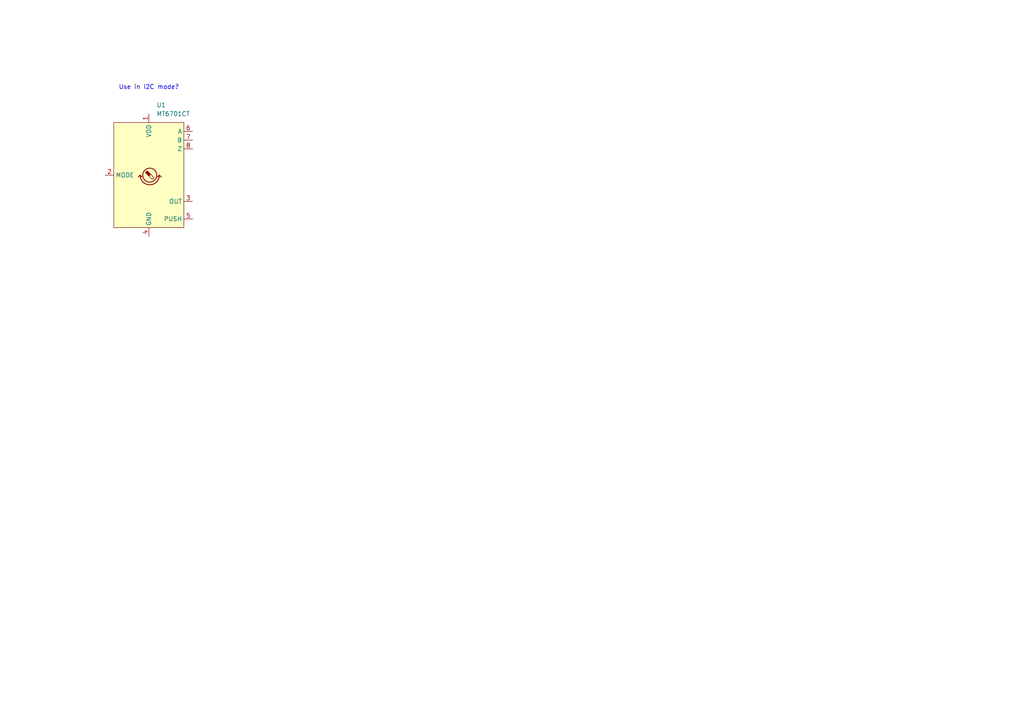
<source format=kicad_sch>
(kicad_sch (version 20231120) (generator "eeschema") (generator_version "8.0")
  (paper "A4")
  (lib_symbols
    (symbol "Sensor_Magnetic:MT6701CT"
      (property "Reference" "U" (at -9.6632 16.4397 0))
      (property "Value" "MT6701CT" (at 5.5155 16.4397 0))
      (symbol "MT6701CT_0_1"
        (arc (start -2.54 0) (mid 0.254 -2.7819) (end 3.048 0) (stroke (width 0.254)))
        (polyline (pts (xy -2.54 0) (xy -3.048 -0.508)) (stroke (width 0.254)))
        (polyline (pts (xy -2.54 0) (xy -2.032 -0.508)) (stroke (width 0.254)))
        (polyline (pts (xy 3.048 0) (xy 2.54 -0.508)) (stroke (width 0.254)))
        (polyline (pts (xy 3.048 0) (xy 3.556 -0.508)) (stroke (width 0.254)))
      )
      (symbol "MT6701CT_1_1"
        (rectangle (start -10.16 15.24) (end 10.16 -15.24) (fill (type background)))
        (polyline (pts (xy 0.508 0.254) (xy 1.524 -0.762) (xy 1.016 -1.27) (xy 0 -0.254)))
        (polyline (pts (xy -0.508 1.27) (xy 0.508 0.254) (xy 0 -0.254) (xy -1.016 0.762) (xy -0.762 1.016) (xy -0.508 1.27) (xy -0.381 1.143)) (fill (type outline)))
        (circle (center 0.254 0) (radius 2.032) (stroke (width 0.254)))
        (pin power_in line (at 0 17.78 270) (length 2.54) (name "VDD") (number "1"))
        (pin input line (at -12.7 0 0) (length 2.54) (name "MODE") (number "2"))
        (pin output line (at 12.7 -7.62 180) (length 2.54) (name "OUT") (number "3"))
        (pin power_in line (at 0 -17.78 90) (length 2.54) (name "GND") (number "4"))
        (pin output line (at 12.7 -12.7 180) (length 2.54) (name "PUSH") (number "5"))
        (pin output line (at 12.7 12.7 180) (length 2.54) (name "A") (number "6"))
        (pin output line (at 12.7 10.16 180) (length 2.54) (name "B") (number "7"))
        (pin output line (at 12.7 7.62 180) (length 2.54) (name "Z") (number "8"))
      )
    )
  )
  (text "Use in I2C mode?" (at 43.18 25.4 0) (effects (font (size 1.27 1.27))))
  (symbol (lib_id "Sensor_Magnetic:MT6701CT") (at 43.18 50.8 0) (unit 1)
    (property "Reference" "U1" (at 45.3741 30.48 0) (effects (justify left)))
    (property "Value" "MT6701CT" (at 45.3741 33.02 0) (effects (justify left)))
    (property "Footprint" "Package_SO:SO-8_3.9x4.9mm_P1.27mm" (effects (hide yes)))
    (property "Datasheet" "https://www.magntek.com.cn/upload/MT6701_Rev.1.5.pdf" (effects (hide yes)))
    (property "Description" "Hall Based Angle Position Encoder Sensor, I2C, SSI, ABZ & UVW interfaces, 3.3..5V supply, SOIC-8" (effects (hide yes)))
  )
)
</source>
